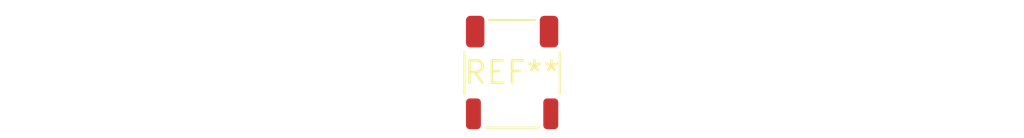
<source format=kicad_pcb>
(kicad_pcb (version 20240108) (generator pcbnew)
  (layers (0 "F.Cu" signal) (31 "B.Cu" signal) (34 "B.Paste" user) (35 "F.Paste" user) (36 "B.SilkS" user "B.Silkscreen") (37 "F.SilkS" user "F.Silkscreen") (38 "B.Mask" user) (39 "F.Mask" user) (44 "Edge.Cuts" user))
  (net 0 "")
  (footprint "JST_SFH_SM02B-SFHRS-TF_1x02-1MP_P4.20mm_Horizontal" (layer "F.Cu") (at 0 0)
    (property "Reference" "REF**")
    (property "Value" "JST_SFH_SM02B-SFHRS-TF_1x02-1MP_P4.20mm_Horizontal")
    (fp_line (start -2.71 -1.165) (end -2.71 1.215) (layer "F.SilkS") (stroke (width 0.12)))
    (fp_line (start -1.515 3.135) (end 1.515 3.135) (layer "F.SilkS") (stroke (width 0.12)))
    (fp_line (start -1.315 -2.985) (end 1.315 -2.985) (layer "F.SilkS") (stroke (width 0.12)))
    (fp_line (start 2.71 -1.165) (end 2.71 1.215) (layer "F.SilkS") (stroke (width 0.12)))
    (pad "1" smd roundrect (at -2.1 -2.325) (size 1.05 1.8) (layers "F.Cu" "F.Paste" "F.Mask") (roundrect_rratio 0.238095))
    (pad "2" smd roundrect (at 2.1 -2.325) (size 1.05 1.8) (layers "F.Cu" "F.Paste" "F.Mask") (roundrect_rratio 0.238095))
    (pad "MP" smd roundrect (at -2.2 2.35) (size 0.85 1.75) (layers "F.Cu" "F.Paste" "F.Mask"))
    (pad "MP" smd roundrect (at 2.2 2.35) (size 0.85 1.75) (layers "F.Cu" "F.Paste" "F.Mask"))
  )
)
</source>
